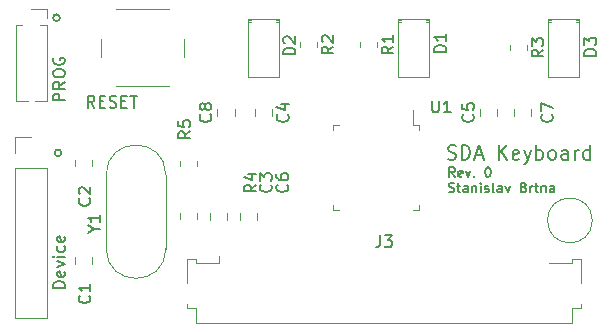
<source format=gbr>
%TF.GenerationSoftware,KiCad,Pcbnew,6.0.9-8da3e8f707~116~ubuntu20.04.1*%
%TF.CreationDate,2022-11-22T17:17:17+01:00*%
%TF.ProjectId,sda_keyboard,7364615f-6b65-4796-926f-6172642e6b69,rev?*%
%TF.SameCoordinates,Original*%
%TF.FileFunction,Legend,Top*%
%TF.FilePolarity,Positive*%
%FSLAX46Y46*%
G04 Gerber Fmt 4.6, Leading zero omitted, Abs format (unit mm)*
G04 Created by KiCad (PCBNEW 6.0.9-8da3e8f707~116~ubuntu20.04.1) date 2022-11-22 17:17:17*
%MOMM*%
%LPD*%
G01*
G04 APERTURE LIST*
%ADD10C,0.150000*%
%ADD11C,0.180000*%
%ADD12C,0.120000*%
G04 APERTURE END LIST*
D10*
X153345119Y-79517904D02*
X153078452Y-79136952D01*
X152887976Y-79517904D02*
X152887976Y-78717904D01*
X153192738Y-78717904D01*
X153268928Y-78756000D01*
X153307023Y-78794095D01*
X153345119Y-78870285D01*
X153345119Y-78984571D01*
X153307023Y-79060761D01*
X153268928Y-79098857D01*
X153192738Y-79136952D01*
X152887976Y-79136952D01*
X153992738Y-79479809D02*
X153916547Y-79517904D01*
X153764166Y-79517904D01*
X153687976Y-79479809D01*
X153649880Y-79403619D01*
X153649880Y-79098857D01*
X153687976Y-79022666D01*
X153764166Y-78984571D01*
X153916547Y-78984571D01*
X153992738Y-79022666D01*
X154030833Y-79098857D01*
X154030833Y-79175047D01*
X153649880Y-79251238D01*
X154297500Y-78984571D02*
X154487976Y-79517904D01*
X154678452Y-78984571D01*
X154983214Y-79441714D02*
X155021309Y-79479809D01*
X154983214Y-79517904D01*
X154945119Y-79479809D01*
X154983214Y-79441714D01*
X154983214Y-79517904D01*
X156126071Y-78717904D02*
X156202261Y-78717904D01*
X156278452Y-78756000D01*
X156316547Y-78794095D01*
X156354642Y-78870285D01*
X156392738Y-79022666D01*
X156392738Y-79213142D01*
X156354642Y-79365523D01*
X156316547Y-79441714D01*
X156278452Y-79479809D01*
X156202261Y-79517904D01*
X156126071Y-79517904D01*
X156049880Y-79479809D01*
X156011785Y-79441714D01*
X155973690Y-79365523D01*
X155935595Y-79213142D01*
X155935595Y-79022666D01*
X155973690Y-78870285D01*
X156011785Y-78794095D01*
X156049880Y-78756000D01*
X156126071Y-78717904D01*
X152849880Y-80767809D02*
X152964166Y-80805904D01*
X153154642Y-80805904D01*
X153230833Y-80767809D01*
X153268928Y-80729714D01*
X153307023Y-80653523D01*
X153307023Y-80577333D01*
X153268928Y-80501142D01*
X153230833Y-80463047D01*
X153154642Y-80424952D01*
X153002261Y-80386857D01*
X152926071Y-80348761D01*
X152887976Y-80310666D01*
X152849880Y-80234476D01*
X152849880Y-80158285D01*
X152887976Y-80082095D01*
X152926071Y-80044000D01*
X153002261Y-80005904D01*
X153192738Y-80005904D01*
X153307023Y-80044000D01*
X153535595Y-80272571D02*
X153840357Y-80272571D01*
X153649880Y-80005904D02*
X153649880Y-80691619D01*
X153687976Y-80767809D01*
X153764166Y-80805904D01*
X153840357Y-80805904D01*
X154449880Y-80805904D02*
X154449880Y-80386857D01*
X154411785Y-80310666D01*
X154335595Y-80272571D01*
X154183214Y-80272571D01*
X154107023Y-80310666D01*
X154449880Y-80767809D02*
X154373690Y-80805904D01*
X154183214Y-80805904D01*
X154107023Y-80767809D01*
X154068928Y-80691619D01*
X154068928Y-80615428D01*
X154107023Y-80539238D01*
X154183214Y-80501142D01*
X154373690Y-80501142D01*
X154449880Y-80463047D01*
X154830833Y-80272571D02*
X154830833Y-80805904D01*
X154830833Y-80348761D02*
X154868928Y-80310666D01*
X154945119Y-80272571D01*
X155059404Y-80272571D01*
X155135595Y-80310666D01*
X155173690Y-80386857D01*
X155173690Y-80805904D01*
X155554642Y-80805904D02*
X155554642Y-80272571D01*
X155554642Y-80005904D02*
X155516547Y-80044000D01*
X155554642Y-80082095D01*
X155592738Y-80044000D01*
X155554642Y-80005904D01*
X155554642Y-80082095D01*
X155897500Y-80767809D02*
X155973690Y-80805904D01*
X156126071Y-80805904D01*
X156202261Y-80767809D01*
X156240357Y-80691619D01*
X156240357Y-80653523D01*
X156202261Y-80577333D01*
X156126071Y-80539238D01*
X156011785Y-80539238D01*
X155935595Y-80501142D01*
X155897500Y-80424952D01*
X155897500Y-80386857D01*
X155935595Y-80310666D01*
X156011785Y-80272571D01*
X156126071Y-80272571D01*
X156202261Y-80310666D01*
X156697500Y-80805904D02*
X156621309Y-80767809D01*
X156583214Y-80691619D01*
X156583214Y-80005904D01*
X157345119Y-80805904D02*
X157345119Y-80386857D01*
X157307023Y-80310666D01*
X157230833Y-80272571D01*
X157078452Y-80272571D01*
X157002261Y-80310666D01*
X157345119Y-80767809D02*
X157268928Y-80805904D01*
X157078452Y-80805904D01*
X157002261Y-80767809D01*
X156964166Y-80691619D01*
X156964166Y-80615428D01*
X157002261Y-80539238D01*
X157078452Y-80501142D01*
X157268928Y-80501142D01*
X157345119Y-80463047D01*
X157649880Y-80272571D02*
X157840357Y-80805904D01*
X158030833Y-80272571D01*
X159211785Y-80386857D02*
X159326071Y-80424952D01*
X159364166Y-80463047D01*
X159402261Y-80539238D01*
X159402261Y-80653523D01*
X159364166Y-80729714D01*
X159326071Y-80767809D01*
X159249880Y-80805904D01*
X158945119Y-80805904D01*
X158945119Y-80005904D01*
X159211785Y-80005904D01*
X159287976Y-80044000D01*
X159326071Y-80082095D01*
X159364166Y-80158285D01*
X159364166Y-80234476D01*
X159326071Y-80310666D01*
X159287976Y-80348761D01*
X159211785Y-80386857D01*
X158945119Y-80386857D01*
X159745119Y-80805904D02*
X159745119Y-80272571D01*
X159745119Y-80424952D02*
X159783214Y-80348761D01*
X159821309Y-80310666D01*
X159897500Y-80272571D01*
X159973690Y-80272571D01*
X160126071Y-80272571D02*
X160430833Y-80272571D01*
X160240357Y-80005904D02*
X160240357Y-80691619D01*
X160278452Y-80767809D01*
X160354642Y-80805904D01*
X160430833Y-80805904D01*
X160697500Y-80272571D02*
X160697500Y-80805904D01*
X160697500Y-80348761D02*
X160735595Y-80310666D01*
X160811785Y-80272571D01*
X160926071Y-80272571D01*
X161002261Y-80310666D01*
X161040357Y-80386857D01*
X161040357Y-80805904D01*
X161764166Y-80805904D02*
X161764166Y-80386857D01*
X161726071Y-80310666D01*
X161649880Y-80272571D01*
X161497500Y-80272571D01*
X161421309Y-80310666D01*
X161764166Y-80767809D02*
X161687976Y-80805904D01*
X161497500Y-80805904D01*
X161421309Y-80767809D01*
X161383214Y-80691619D01*
X161383214Y-80615428D01*
X161421309Y-80539238D01*
X161497500Y-80501142D01*
X161687976Y-80501142D01*
X161764166Y-80463047D01*
D11*
X152771428Y-77985714D02*
X152942857Y-78042857D01*
X153228571Y-78042857D01*
X153342857Y-77985714D01*
X153400000Y-77928571D01*
X153457142Y-77814285D01*
X153457142Y-77700000D01*
X153400000Y-77585714D01*
X153342857Y-77528571D01*
X153228571Y-77471428D01*
X153000000Y-77414285D01*
X152885714Y-77357142D01*
X152828571Y-77300000D01*
X152771428Y-77185714D01*
X152771428Y-77071428D01*
X152828571Y-76957142D01*
X152885714Y-76900000D01*
X153000000Y-76842857D01*
X153285714Y-76842857D01*
X153457142Y-76900000D01*
X153971428Y-78042857D02*
X153971428Y-76842857D01*
X154257142Y-76842857D01*
X154428571Y-76900000D01*
X154542857Y-77014285D01*
X154600000Y-77128571D01*
X154657142Y-77357142D01*
X154657142Y-77528571D01*
X154600000Y-77757142D01*
X154542857Y-77871428D01*
X154428571Y-77985714D01*
X154257142Y-78042857D01*
X153971428Y-78042857D01*
X155114285Y-77700000D02*
X155685714Y-77700000D01*
X155000000Y-78042857D02*
X155400000Y-76842857D01*
X155800000Y-78042857D01*
X157114285Y-78042857D02*
X157114285Y-76842857D01*
X157800000Y-78042857D02*
X157285714Y-77357142D01*
X157800000Y-76842857D02*
X157114285Y-77528571D01*
X158771428Y-77985714D02*
X158657142Y-78042857D01*
X158428571Y-78042857D01*
X158314285Y-77985714D01*
X158257142Y-77871428D01*
X158257142Y-77414285D01*
X158314285Y-77300000D01*
X158428571Y-77242857D01*
X158657142Y-77242857D01*
X158771428Y-77300000D01*
X158828571Y-77414285D01*
X158828571Y-77528571D01*
X158257142Y-77642857D01*
X159228571Y-77242857D02*
X159514285Y-78042857D01*
X159800000Y-77242857D02*
X159514285Y-78042857D01*
X159400000Y-78328571D01*
X159342857Y-78385714D01*
X159228571Y-78442857D01*
X160257142Y-78042857D02*
X160257142Y-76842857D01*
X160257142Y-77300000D02*
X160371428Y-77242857D01*
X160600000Y-77242857D01*
X160714285Y-77300000D01*
X160771428Y-77357142D01*
X160828571Y-77471428D01*
X160828571Y-77814285D01*
X160771428Y-77928571D01*
X160714285Y-77985714D01*
X160600000Y-78042857D01*
X160371428Y-78042857D01*
X160257142Y-77985714D01*
X161514285Y-78042857D02*
X161400000Y-77985714D01*
X161342857Y-77928571D01*
X161285714Y-77814285D01*
X161285714Y-77471428D01*
X161342857Y-77357142D01*
X161400000Y-77300000D01*
X161514285Y-77242857D01*
X161685714Y-77242857D01*
X161800000Y-77300000D01*
X161857142Y-77357142D01*
X161914285Y-77471428D01*
X161914285Y-77814285D01*
X161857142Y-77928571D01*
X161800000Y-77985714D01*
X161685714Y-78042857D01*
X161514285Y-78042857D01*
X162942857Y-78042857D02*
X162942857Y-77414285D01*
X162885714Y-77300000D01*
X162771428Y-77242857D01*
X162542857Y-77242857D01*
X162428571Y-77300000D01*
X162942857Y-77985714D02*
X162828571Y-78042857D01*
X162542857Y-78042857D01*
X162428571Y-77985714D01*
X162371428Y-77871428D01*
X162371428Y-77757142D01*
X162428571Y-77642857D01*
X162542857Y-77585714D01*
X162828571Y-77585714D01*
X162942857Y-77528571D01*
X163514285Y-78042857D02*
X163514285Y-77242857D01*
X163514285Y-77471428D02*
X163571428Y-77357142D01*
X163628571Y-77300000D01*
X163742857Y-77242857D01*
X163857142Y-77242857D01*
X164771428Y-78042857D02*
X164771428Y-76842857D01*
X164771428Y-77985714D02*
X164657142Y-78042857D01*
X164428571Y-78042857D01*
X164314285Y-77985714D01*
X164257142Y-77928571D01*
X164200000Y-77814285D01*
X164200000Y-77471428D01*
X164257142Y-77357142D01*
X164314285Y-77300000D01*
X164428571Y-77242857D01*
X164657142Y-77242857D01*
X164771428Y-77300000D01*
D10*
X120044981Y-77470000D02*
G75*
G03*
X120044981Y-77470000I-283981J0D01*
G01*
X119917981Y-66040000D02*
G75*
G03*
X119917981Y-66040000I-283981J0D01*
G01*
%TO.C,D3*%
X165322380Y-69238095D02*
X164322380Y-69238095D01*
X164322380Y-69000000D01*
X164370000Y-68857142D01*
X164465238Y-68761904D01*
X164560476Y-68714285D01*
X164750952Y-68666666D01*
X164893809Y-68666666D01*
X165084285Y-68714285D01*
X165179523Y-68761904D01*
X165274761Y-68857142D01*
X165322380Y-69000000D01*
X165322380Y-69238095D01*
X164322380Y-68333333D02*
X164322380Y-67714285D01*
X164703333Y-68047619D01*
X164703333Y-67904761D01*
X164750952Y-67809523D01*
X164798571Y-67761904D01*
X164893809Y-67714285D01*
X165131904Y-67714285D01*
X165227142Y-67761904D01*
X165274761Y-67809523D01*
X165322380Y-67904761D01*
X165322380Y-68190476D01*
X165274761Y-68285714D01*
X165227142Y-68333333D01*
%TO.C,D2*%
X139852380Y-69138095D02*
X138852380Y-69138095D01*
X138852380Y-68900000D01*
X138900000Y-68757142D01*
X138995238Y-68661904D01*
X139090476Y-68614285D01*
X139280952Y-68566666D01*
X139423809Y-68566666D01*
X139614285Y-68614285D01*
X139709523Y-68661904D01*
X139804761Y-68757142D01*
X139852380Y-68900000D01*
X139852380Y-69138095D01*
X138947619Y-68185714D02*
X138900000Y-68138095D01*
X138852380Y-68042857D01*
X138852380Y-67804761D01*
X138900000Y-67709523D01*
X138947619Y-67661904D01*
X139042857Y-67614285D01*
X139138095Y-67614285D01*
X139280952Y-67661904D01*
X139852380Y-68233333D01*
X139852380Y-67614285D01*
%TO.C,D1*%
X152622380Y-68938095D02*
X151622380Y-68938095D01*
X151622380Y-68700000D01*
X151670000Y-68557142D01*
X151765238Y-68461904D01*
X151860476Y-68414285D01*
X152050952Y-68366666D01*
X152193809Y-68366666D01*
X152384285Y-68414285D01*
X152479523Y-68461904D01*
X152574761Y-68557142D01*
X152622380Y-68700000D01*
X152622380Y-68938095D01*
X152622380Y-67414285D02*
X152622380Y-67985714D01*
X152622380Y-67700000D02*
X151622380Y-67700000D01*
X151765238Y-67795238D01*
X151860476Y-67890476D01*
X151908095Y-67985714D01*
%TO.C,Y1*%
X122816190Y-83915190D02*
X123292380Y-83915190D01*
X122292380Y-84248523D02*
X122816190Y-83915190D01*
X122292380Y-83581857D01*
X123292380Y-82724714D02*
X123292380Y-83296142D01*
X123292380Y-83010428D02*
X122292380Y-83010428D01*
X122435238Y-83105666D01*
X122530476Y-83200904D01*
X122578095Y-83296142D01*
%TO.C,U1*%
X151438095Y-73052380D02*
X151438095Y-73861904D01*
X151485714Y-73957142D01*
X151533333Y-74004761D01*
X151628571Y-74052380D01*
X151819047Y-74052380D01*
X151914285Y-74004761D01*
X151961904Y-73957142D01*
X152009523Y-73861904D01*
X152009523Y-73052380D01*
X153009523Y-74052380D02*
X152438095Y-74052380D01*
X152723809Y-74052380D02*
X152723809Y-73052380D01*
X152628571Y-73195238D01*
X152533333Y-73290476D01*
X152438095Y-73338095D01*
%TO.C,RESET*%
X122847619Y-73652380D02*
X122514285Y-73176190D01*
X122276190Y-73652380D02*
X122276190Y-72652380D01*
X122657142Y-72652380D01*
X122752380Y-72700000D01*
X122800000Y-72747619D01*
X122847619Y-72842857D01*
X122847619Y-72985714D01*
X122800000Y-73080952D01*
X122752380Y-73128571D01*
X122657142Y-73176190D01*
X122276190Y-73176190D01*
X123276190Y-73128571D02*
X123609523Y-73128571D01*
X123752380Y-73652380D02*
X123276190Y-73652380D01*
X123276190Y-72652380D01*
X123752380Y-72652380D01*
X124133333Y-73604761D02*
X124276190Y-73652380D01*
X124514285Y-73652380D01*
X124609523Y-73604761D01*
X124657142Y-73557142D01*
X124704761Y-73461904D01*
X124704761Y-73366666D01*
X124657142Y-73271428D01*
X124609523Y-73223809D01*
X124514285Y-73176190D01*
X124323809Y-73128571D01*
X124228571Y-73080952D01*
X124180952Y-73033333D01*
X124133333Y-72938095D01*
X124133333Y-72842857D01*
X124180952Y-72747619D01*
X124228571Y-72700000D01*
X124323809Y-72652380D01*
X124561904Y-72652380D01*
X124704761Y-72700000D01*
X125133333Y-73128571D02*
X125466666Y-73128571D01*
X125609523Y-73652380D02*
X125133333Y-73652380D01*
X125133333Y-72652380D01*
X125609523Y-72652380D01*
X125895238Y-72652380D02*
X126466666Y-72652380D01*
X126180952Y-73652380D02*
X126180952Y-72652380D01*
%TO.C,R5*%
X130952380Y-75666666D02*
X130476190Y-76000000D01*
X130952380Y-76238095D02*
X129952380Y-76238095D01*
X129952380Y-75857142D01*
X130000000Y-75761904D01*
X130047619Y-75714285D01*
X130142857Y-75666666D01*
X130285714Y-75666666D01*
X130380952Y-75714285D01*
X130428571Y-75761904D01*
X130476190Y-75857142D01*
X130476190Y-76238095D01*
X129952380Y-74761904D02*
X129952380Y-75238095D01*
X130428571Y-75285714D01*
X130380952Y-75238095D01*
X130333333Y-75142857D01*
X130333333Y-74904761D01*
X130380952Y-74809523D01*
X130428571Y-74761904D01*
X130523809Y-74714285D01*
X130761904Y-74714285D01*
X130857142Y-74761904D01*
X130904761Y-74809523D01*
X130952380Y-74904761D01*
X130952380Y-75142857D01*
X130904761Y-75238095D01*
X130857142Y-75285714D01*
%TO.C,R4*%
X136552380Y-80166666D02*
X136076190Y-80500000D01*
X136552380Y-80738095D02*
X135552380Y-80738095D01*
X135552380Y-80357142D01*
X135600000Y-80261904D01*
X135647619Y-80214285D01*
X135742857Y-80166666D01*
X135885714Y-80166666D01*
X135980952Y-80214285D01*
X136028571Y-80261904D01*
X136076190Y-80357142D01*
X136076190Y-80738095D01*
X135885714Y-79309523D02*
X136552380Y-79309523D01*
X135504761Y-79547619D02*
X136219047Y-79785714D01*
X136219047Y-79166666D01*
%TO.C,R3*%
X160852380Y-68746666D02*
X160376190Y-69080000D01*
X160852380Y-69318095D02*
X159852380Y-69318095D01*
X159852380Y-68937142D01*
X159900000Y-68841904D01*
X159947619Y-68794285D01*
X160042857Y-68746666D01*
X160185714Y-68746666D01*
X160280952Y-68794285D01*
X160328571Y-68841904D01*
X160376190Y-68937142D01*
X160376190Y-69318095D01*
X159852380Y-68413333D02*
X159852380Y-67794285D01*
X160233333Y-68127619D01*
X160233333Y-67984761D01*
X160280952Y-67889523D01*
X160328571Y-67841904D01*
X160423809Y-67794285D01*
X160661904Y-67794285D01*
X160757142Y-67841904D01*
X160804761Y-67889523D01*
X160852380Y-67984761D01*
X160852380Y-68270476D01*
X160804761Y-68365714D01*
X160757142Y-68413333D01*
%TO.C,R2*%
X143072380Y-68476666D02*
X142596190Y-68810000D01*
X143072380Y-69048095D02*
X142072380Y-69048095D01*
X142072380Y-68667142D01*
X142120000Y-68571904D01*
X142167619Y-68524285D01*
X142262857Y-68476666D01*
X142405714Y-68476666D01*
X142500952Y-68524285D01*
X142548571Y-68571904D01*
X142596190Y-68667142D01*
X142596190Y-69048095D01*
X142167619Y-68095714D02*
X142120000Y-68048095D01*
X142072380Y-67952857D01*
X142072380Y-67714761D01*
X142120000Y-67619523D01*
X142167619Y-67571904D01*
X142262857Y-67524285D01*
X142358095Y-67524285D01*
X142500952Y-67571904D01*
X143072380Y-68143333D01*
X143072380Y-67524285D01*
%TO.C,R1*%
X148152380Y-68476666D02*
X147676190Y-68810000D01*
X148152380Y-69048095D02*
X147152380Y-69048095D01*
X147152380Y-68667142D01*
X147200000Y-68571904D01*
X147247619Y-68524285D01*
X147342857Y-68476666D01*
X147485714Y-68476666D01*
X147580952Y-68524285D01*
X147628571Y-68571904D01*
X147676190Y-68667142D01*
X147676190Y-69048095D01*
X148152380Y-67524285D02*
X148152380Y-68095714D01*
X148152380Y-67810000D02*
X147152380Y-67810000D01*
X147295238Y-67905238D01*
X147390476Y-68000476D01*
X147438095Y-68095714D01*
%TO.C,J3*%
X147030666Y-84460380D02*
X147030666Y-85174666D01*
X146983047Y-85317523D01*
X146887809Y-85412761D01*
X146744952Y-85460380D01*
X146649714Y-85460380D01*
X147411619Y-84460380D02*
X148030666Y-84460380D01*
X147697333Y-84841333D01*
X147840190Y-84841333D01*
X147935428Y-84888952D01*
X147983047Y-84936571D01*
X148030666Y-85031809D01*
X148030666Y-85269904D01*
X147983047Y-85365142D01*
X147935428Y-85412761D01*
X147840190Y-85460380D01*
X147554476Y-85460380D01*
X147459238Y-85412761D01*
X147411619Y-85365142D01*
%TO.C,PROG*%
X120340380Y-73032714D02*
X119340380Y-73032714D01*
X119340380Y-72651761D01*
X119388000Y-72556523D01*
X119435619Y-72508904D01*
X119530857Y-72461285D01*
X119673714Y-72461285D01*
X119768952Y-72508904D01*
X119816571Y-72556523D01*
X119864190Y-72651761D01*
X119864190Y-73032714D01*
X120340380Y-71461285D02*
X119864190Y-71794619D01*
X120340380Y-72032714D02*
X119340380Y-72032714D01*
X119340380Y-71651761D01*
X119388000Y-71556523D01*
X119435619Y-71508904D01*
X119530857Y-71461285D01*
X119673714Y-71461285D01*
X119768952Y-71508904D01*
X119816571Y-71556523D01*
X119864190Y-71651761D01*
X119864190Y-72032714D01*
X119340380Y-70842238D02*
X119340380Y-70651761D01*
X119388000Y-70556523D01*
X119483238Y-70461285D01*
X119673714Y-70413666D01*
X120007047Y-70413666D01*
X120197523Y-70461285D01*
X120292761Y-70556523D01*
X120340380Y-70651761D01*
X120340380Y-70842238D01*
X120292761Y-70937476D01*
X120197523Y-71032714D01*
X120007047Y-71080333D01*
X119673714Y-71080333D01*
X119483238Y-71032714D01*
X119388000Y-70937476D01*
X119340380Y-70842238D01*
X119388000Y-69461285D02*
X119340380Y-69556523D01*
X119340380Y-69699380D01*
X119388000Y-69842238D01*
X119483238Y-69937476D01*
X119578476Y-69985095D01*
X119768952Y-70032714D01*
X119911809Y-70032714D01*
X120102285Y-69985095D01*
X120197523Y-69937476D01*
X120292761Y-69842238D01*
X120340380Y-69699380D01*
X120340380Y-69604142D01*
X120292761Y-69461285D01*
X120245142Y-69413666D01*
X119911809Y-69413666D01*
X119911809Y-69604142D01*
%TO.C,Device*%
X120340380Y-88907666D02*
X119340380Y-88907666D01*
X119340380Y-88669571D01*
X119388000Y-88526714D01*
X119483238Y-88431476D01*
X119578476Y-88383857D01*
X119768952Y-88336238D01*
X119911809Y-88336238D01*
X120102285Y-88383857D01*
X120197523Y-88431476D01*
X120292761Y-88526714D01*
X120340380Y-88669571D01*
X120340380Y-88907666D01*
X120292761Y-87526714D02*
X120340380Y-87621952D01*
X120340380Y-87812428D01*
X120292761Y-87907666D01*
X120197523Y-87955285D01*
X119816571Y-87955285D01*
X119721333Y-87907666D01*
X119673714Y-87812428D01*
X119673714Y-87621952D01*
X119721333Y-87526714D01*
X119816571Y-87479095D01*
X119911809Y-87479095D01*
X120007047Y-87955285D01*
X119673714Y-87145761D02*
X120340380Y-86907666D01*
X119673714Y-86669571D01*
X120340380Y-86288619D02*
X119673714Y-86288619D01*
X119340380Y-86288619D02*
X119388000Y-86336238D01*
X119435619Y-86288619D01*
X119388000Y-86241000D01*
X119340380Y-86288619D01*
X119435619Y-86288619D01*
X120292761Y-85383857D02*
X120340380Y-85479095D01*
X120340380Y-85669571D01*
X120292761Y-85764809D01*
X120245142Y-85812428D01*
X120149904Y-85860047D01*
X119864190Y-85860047D01*
X119768952Y-85812428D01*
X119721333Y-85764809D01*
X119673714Y-85669571D01*
X119673714Y-85479095D01*
X119721333Y-85383857D01*
X120292761Y-84574333D02*
X120340380Y-84669571D01*
X120340380Y-84860047D01*
X120292761Y-84955285D01*
X120197523Y-85002904D01*
X119816571Y-85002904D01*
X119721333Y-84955285D01*
X119673714Y-84860047D01*
X119673714Y-84669571D01*
X119721333Y-84574333D01*
X119816571Y-84526714D01*
X119911809Y-84526714D01*
X120007047Y-85002904D01*
%TO.C,C8*%
X132662142Y-74229166D02*
X132709761Y-74276785D01*
X132757380Y-74419642D01*
X132757380Y-74514880D01*
X132709761Y-74657738D01*
X132614523Y-74752976D01*
X132519285Y-74800595D01*
X132328809Y-74848214D01*
X132185952Y-74848214D01*
X131995476Y-74800595D01*
X131900238Y-74752976D01*
X131805000Y-74657738D01*
X131757380Y-74514880D01*
X131757380Y-74419642D01*
X131805000Y-74276785D01*
X131852619Y-74229166D01*
X132185952Y-73657738D02*
X132138333Y-73752976D01*
X132090714Y-73800595D01*
X131995476Y-73848214D01*
X131947857Y-73848214D01*
X131852619Y-73800595D01*
X131805000Y-73752976D01*
X131757380Y-73657738D01*
X131757380Y-73467261D01*
X131805000Y-73372023D01*
X131852619Y-73324404D01*
X131947857Y-73276785D01*
X131995476Y-73276785D01*
X132090714Y-73324404D01*
X132138333Y-73372023D01*
X132185952Y-73467261D01*
X132185952Y-73657738D01*
X132233571Y-73752976D01*
X132281190Y-73800595D01*
X132376428Y-73848214D01*
X132566904Y-73848214D01*
X132662142Y-73800595D01*
X132709761Y-73752976D01*
X132757380Y-73657738D01*
X132757380Y-73467261D01*
X132709761Y-73372023D01*
X132662142Y-73324404D01*
X132566904Y-73276785D01*
X132376428Y-73276785D01*
X132281190Y-73324404D01*
X132233571Y-73372023D01*
X132185952Y-73467261D01*
%TO.C,C7*%
X161572142Y-74229166D02*
X161619761Y-74276785D01*
X161667380Y-74419642D01*
X161667380Y-74514880D01*
X161619761Y-74657738D01*
X161524523Y-74752976D01*
X161429285Y-74800595D01*
X161238809Y-74848214D01*
X161095952Y-74848214D01*
X160905476Y-74800595D01*
X160810238Y-74752976D01*
X160715000Y-74657738D01*
X160667380Y-74514880D01*
X160667380Y-74419642D01*
X160715000Y-74276785D01*
X160762619Y-74229166D01*
X160667380Y-73895833D02*
X160667380Y-73229166D01*
X161667380Y-73657738D01*
%TO.C,C6*%
X139157142Y-80166666D02*
X139204761Y-80214285D01*
X139252380Y-80357142D01*
X139252380Y-80452380D01*
X139204761Y-80595238D01*
X139109523Y-80690476D01*
X139014285Y-80738095D01*
X138823809Y-80785714D01*
X138680952Y-80785714D01*
X138490476Y-80738095D01*
X138395238Y-80690476D01*
X138300000Y-80595238D01*
X138252380Y-80452380D01*
X138252380Y-80357142D01*
X138300000Y-80214285D01*
X138347619Y-80166666D01*
X138252380Y-79309523D02*
X138252380Y-79500000D01*
X138300000Y-79595238D01*
X138347619Y-79642857D01*
X138490476Y-79738095D01*
X138680952Y-79785714D01*
X139061904Y-79785714D01*
X139157142Y-79738095D01*
X139204761Y-79690476D01*
X139252380Y-79595238D01*
X139252380Y-79404761D01*
X139204761Y-79309523D01*
X139157142Y-79261904D01*
X139061904Y-79214285D01*
X138823809Y-79214285D01*
X138728571Y-79261904D01*
X138680952Y-79309523D01*
X138633333Y-79404761D01*
X138633333Y-79595238D01*
X138680952Y-79690476D01*
X138728571Y-79738095D01*
X138823809Y-79785714D01*
%TO.C,C5*%
X154887142Y-74229166D02*
X154934761Y-74276785D01*
X154982380Y-74419642D01*
X154982380Y-74514880D01*
X154934761Y-74657738D01*
X154839523Y-74752976D01*
X154744285Y-74800595D01*
X154553809Y-74848214D01*
X154410952Y-74848214D01*
X154220476Y-74800595D01*
X154125238Y-74752976D01*
X154030000Y-74657738D01*
X153982380Y-74514880D01*
X153982380Y-74419642D01*
X154030000Y-74276785D01*
X154077619Y-74229166D01*
X153982380Y-73324404D02*
X153982380Y-73800595D01*
X154458571Y-73848214D01*
X154410952Y-73800595D01*
X154363333Y-73705357D01*
X154363333Y-73467261D01*
X154410952Y-73372023D01*
X154458571Y-73324404D01*
X154553809Y-73276785D01*
X154791904Y-73276785D01*
X154887142Y-73324404D01*
X154934761Y-73372023D01*
X154982380Y-73467261D01*
X154982380Y-73705357D01*
X154934761Y-73800595D01*
X154887142Y-73848214D01*
%TO.C,C4*%
X139197142Y-74229166D02*
X139244761Y-74276785D01*
X139292380Y-74419642D01*
X139292380Y-74514880D01*
X139244761Y-74657738D01*
X139149523Y-74752976D01*
X139054285Y-74800595D01*
X138863809Y-74848214D01*
X138720952Y-74848214D01*
X138530476Y-74800595D01*
X138435238Y-74752976D01*
X138340000Y-74657738D01*
X138292380Y-74514880D01*
X138292380Y-74419642D01*
X138340000Y-74276785D01*
X138387619Y-74229166D01*
X138625714Y-73372023D02*
X139292380Y-73372023D01*
X138244761Y-73610119D02*
X138959047Y-73848214D01*
X138959047Y-73229166D01*
%TO.C,C3*%
X137757142Y-80166666D02*
X137804761Y-80214285D01*
X137852380Y-80357142D01*
X137852380Y-80452380D01*
X137804761Y-80595238D01*
X137709523Y-80690476D01*
X137614285Y-80738095D01*
X137423809Y-80785714D01*
X137280952Y-80785714D01*
X137090476Y-80738095D01*
X136995238Y-80690476D01*
X136900000Y-80595238D01*
X136852380Y-80452380D01*
X136852380Y-80357142D01*
X136900000Y-80214285D01*
X136947619Y-80166666D01*
X136852380Y-79833333D02*
X136852380Y-79214285D01*
X137233333Y-79547619D01*
X137233333Y-79404761D01*
X137280952Y-79309523D01*
X137328571Y-79261904D01*
X137423809Y-79214285D01*
X137661904Y-79214285D01*
X137757142Y-79261904D01*
X137804761Y-79309523D01*
X137852380Y-79404761D01*
X137852380Y-79690476D01*
X137804761Y-79785714D01*
X137757142Y-79833333D01*
%TO.C,C2*%
X122404142Y-81319666D02*
X122451761Y-81367285D01*
X122499380Y-81510142D01*
X122499380Y-81605380D01*
X122451761Y-81748238D01*
X122356523Y-81843476D01*
X122261285Y-81891095D01*
X122070809Y-81938714D01*
X121927952Y-81938714D01*
X121737476Y-81891095D01*
X121642238Y-81843476D01*
X121547000Y-81748238D01*
X121499380Y-81605380D01*
X121499380Y-81510142D01*
X121547000Y-81367285D01*
X121594619Y-81319666D01*
X121594619Y-80938714D02*
X121547000Y-80891095D01*
X121499380Y-80795857D01*
X121499380Y-80557761D01*
X121547000Y-80462523D01*
X121594619Y-80414904D01*
X121689857Y-80367285D01*
X121785095Y-80367285D01*
X121927952Y-80414904D01*
X122499380Y-80986333D01*
X122499380Y-80367285D01*
%TO.C,C1*%
X122404142Y-89574666D02*
X122451761Y-89622285D01*
X122499380Y-89765142D01*
X122499380Y-89860380D01*
X122451761Y-90003238D01*
X122356523Y-90098476D01*
X122261285Y-90146095D01*
X122070809Y-90193714D01*
X121927952Y-90193714D01*
X121737476Y-90146095D01*
X121642238Y-90098476D01*
X121547000Y-90003238D01*
X121499380Y-89860380D01*
X121499380Y-89765142D01*
X121547000Y-89622285D01*
X121594619Y-89574666D01*
X122499380Y-88622285D02*
X122499380Y-89193714D01*
X122499380Y-88908000D02*
X121499380Y-88908000D01*
X121642238Y-89003238D01*
X121737476Y-89098476D01*
X121785095Y-89193714D01*
D12*
%TO.C,REF\u002A\u002A*%
X165000000Y-83200000D02*
G75*
G03*
X165000000Y-83200000I-1900000J0D01*
G01*
%TO.C,D3*%
X163870000Y-66240000D02*
X163640000Y-66240000D01*
X161480000Y-66240000D02*
X161250000Y-66240000D01*
X163870000Y-66120000D02*
X161250000Y-66120000D01*
X161250000Y-66120000D02*
X161250000Y-71040000D01*
X163870000Y-66120000D02*
X163870000Y-71040000D01*
X161480000Y-66360000D02*
X161250000Y-66360000D01*
X163870000Y-71040000D02*
X161250000Y-71040000D01*
X163870000Y-66360000D02*
X163640000Y-66360000D01*
%TO.C,D2*%
X138470000Y-66240000D02*
X138240000Y-66240000D01*
X136080000Y-66240000D02*
X135850000Y-66240000D01*
X138470000Y-66120000D02*
X135850000Y-66120000D01*
X135850000Y-66120000D02*
X135850000Y-71040000D01*
X138470000Y-66120000D02*
X138470000Y-71040000D01*
X136080000Y-66360000D02*
X135850000Y-66360000D01*
X138470000Y-71040000D02*
X135850000Y-71040000D01*
X138470000Y-66360000D02*
X138240000Y-66360000D01*
%TO.C,D1*%
X151170000Y-66240000D02*
X150940000Y-66240000D01*
X148780000Y-66240000D02*
X148550000Y-66240000D01*
X151170000Y-66120000D02*
X148550000Y-66120000D01*
X148550000Y-66120000D02*
X148550000Y-71040000D01*
X151170000Y-66120000D02*
X151170000Y-71040000D01*
X148780000Y-66360000D02*
X148550000Y-66360000D01*
X151170000Y-71040000D02*
X148550000Y-71040000D01*
X151170000Y-66360000D02*
X150940000Y-66360000D01*
%TO.C,Y1*%
X128890000Y-85585000D02*
X128890000Y-79335000D01*
X123840000Y-85585000D02*
X123840000Y-79335000D01*
X123840000Y-85585000D02*
G75*
G03*
X128890000Y-85585000I2525000J0D01*
G01*
X128890000Y-79335000D02*
G75*
G03*
X123840000Y-79335000I-2525000J0D01*
G01*
%TO.C,U1*%
X150295000Y-81900000D02*
X150295000Y-82350000D01*
X143075000Y-75130000D02*
X143525000Y-75130000D01*
X150295000Y-75130000D02*
X149845000Y-75130000D01*
X143075000Y-81900000D02*
X143075000Y-82350000D01*
X143075000Y-82350000D02*
X143525000Y-82350000D01*
X150295000Y-75580000D02*
X150295000Y-75130000D01*
X143075000Y-75580000D02*
X143075000Y-75130000D01*
X149845000Y-75130000D02*
X149845000Y-73840000D01*
X150295000Y-82350000D02*
X149845000Y-82350000D01*
%TO.C,RESET*%
X130425000Y-69330000D02*
X130425000Y-67830000D01*
X124675000Y-71830000D02*
X129175000Y-71830000D01*
X129175000Y-65330000D02*
X124675000Y-65330000D01*
X123425000Y-67830000D02*
X123425000Y-69330000D01*
%TO.C,R5*%
X131545000Y-78152936D02*
X131545000Y-78607064D01*
X130075000Y-78152936D02*
X130075000Y-78607064D01*
%TO.C,R4*%
X131545000Y-82592936D02*
X131545000Y-83047064D01*
X130075000Y-82592936D02*
X130075000Y-83047064D01*
%TO.C,R3*%
X159485000Y-68352936D02*
X159485000Y-68807064D01*
X158015000Y-68352936D02*
X158015000Y-68807064D01*
%TO.C,R2*%
X141705000Y-68082936D02*
X141705000Y-68537064D01*
X140235000Y-68082936D02*
X140235000Y-68537064D01*
%TO.C,R1*%
X146785000Y-68082936D02*
X146785000Y-68537064D01*
X145315000Y-68082936D02*
X145315000Y-68537064D01*
%TO.C,J3*%
X131424000Y-86798000D02*
X131424000Y-86448000D01*
X164074000Y-88498000D02*
X164074000Y-86448000D01*
X163304000Y-86448000D02*
X163304000Y-86798000D01*
X130654000Y-90618000D02*
X131454000Y-90618000D01*
X163274000Y-90618000D02*
X164074000Y-90618000D01*
X131424000Y-86448000D02*
X130654000Y-86448000D01*
X163274000Y-91918000D02*
X163274000Y-90618000D01*
X130654000Y-86448000D02*
X130654000Y-88498000D01*
X130654000Y-90318000D02*
X130654000Y-90618000D01*
X163304000Y-86798000D02*
X161324000Y-86798000D01*
X164074000Y-86448000D02*
X163304000Y-86448000D01*
X133404000Y-86798000D02*
X131424000Y-86798000D01*
X131454000Y-91918000D02*
X163274000Y-91918000D01*
X133404000Y-86208000D02*
X133404000Y-86798000D01*
X131454000Y-90618000D02*
X131454000Y-91918000D01*
X164074000Y-90618000D02*
X164074000Y-90318000D01*
%TO.C,PROG*%
X117500000Y-65280000D02*
X118830000Y-65280000D01*
X118830000Y-66675000D02*
X118830000Y-73085000D01*
X116170000Y-66675000D02*
X116170000Y-73085000D01*
X116170000Y-73085000D02*
X117192470Y-73085000D01*
X117807530Y-73085000D02*
X118830000Y-73085000D01*
X118260000Y-66675000D02*
X118830000Y-66675000D01*
X118830000Y-65280000D02*
X118830000Y-66040000D01*
X116170000Y-66675000D02*
X116740000Y-66675000D01*
%TO.C,Device*%
X116145000Y-78740000D02*
X116145000Y-91500000D01*
X116145000Y-77470000D02*
X116145000Y-76140000D01*
X116145000Y-76140000D02*
X117475000Y-76140000D01*
X116145000Y-78740000D02*
X118805000Y-78740000D01*
X116145000Y-91500000D02*
X118805000Y-91500000D01*
X118805000Y-78740000D02*
X118805000Y-91500000D01*
%TO.C,C8*%
X133250000Y-74323752D02*
X133250000Y-73801248D01*
X134720000Y-74323752D02*
X134720000Y-73801248D01*
%TO.C,C7*%
X158365000Y-74323752D02*
X158365000Y-73801248D01*
X159835000Y-74323752D02*
X159835000Y-73801248D01*
%TO.C,C6*%
X136625000Y-82611248D02*
X136625000Y-83133752D01*
X135155000Y-82611248D02*
X135155000Y-83133752D01*
%TO.C,C5*%
X155475000Y-74323752D02*
X155475000Y-73801248D01*
X156945000Y-74323752D02*
X156945000Y-73801248D01*
%TO.C,C4*%
X137895000Y-73801248D02*
X137895000Y-74323752D01*
X136425000Y-73801248D02*
X136425000Y-74323752D01*
%TO.C,C3*%
X134085000Y-82611248D02*
X134085000Y-83133752D01*
X132615000Y-82611248D02*
X132615000Y-83133752D01*
%TO.C,C2*%
X122655000Y-78591252D02*
X122655000Y-78068748D01*
X121185000Y-78591252D02*
X121185000Y-78068748D01*
%TO.C,C1*%
X122655000Y-86851252D02*
X122655000Y-86328748D01*
X121185000Y-86851252D02*
X121185000Y-86328748D01*
%TD*%
M02*

</source>
